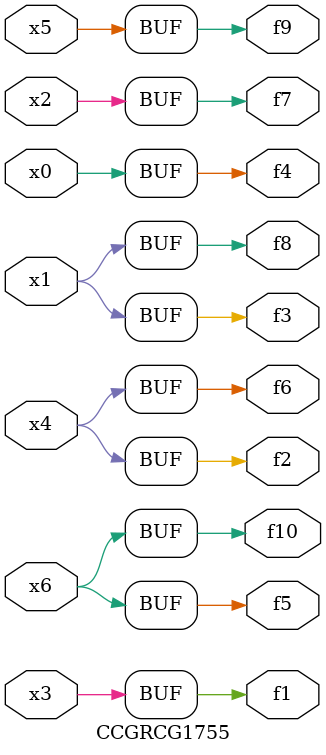
<source format=v>
module CCGRCG1755(
	input x0, x1, x2, x3, x4, x5, x6,
	output f1, f2, f3, f4, f5, f6, f7, f8, f9, f10
);
	assign f1 = x3;
	assign f2 = x4;
	assign f3 = x1;
	assign f4 = x0;
	assign f5 = x6;
	assign f6 = x4;
	assign f7 = x2;
	assign f8 = x1;
	assign f9 = x5;
	assign f10 = x6;
endmodule

</source>
